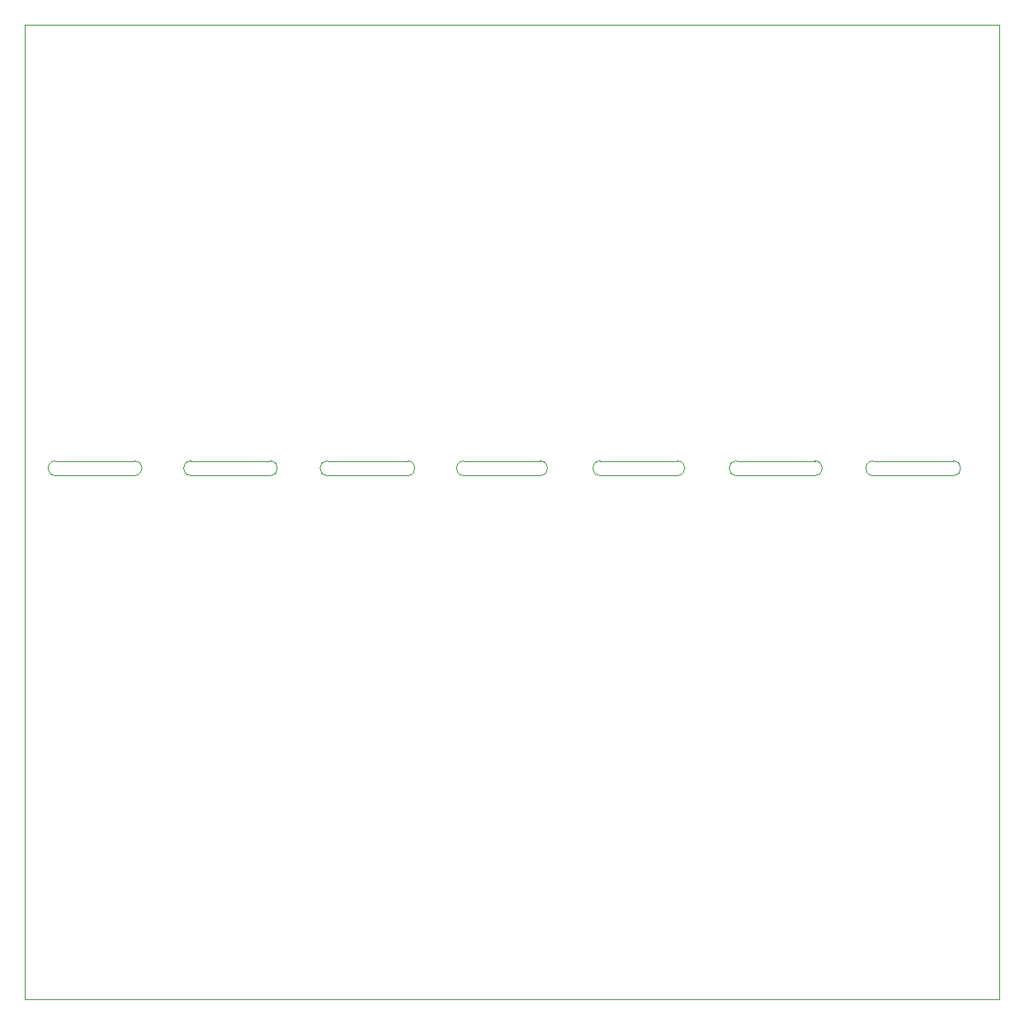
<source format=gbr>
G04 #@! TF.GenerationSoftware,KiCad,Pcbnew,5.1.5+dfsg1-2build2*
G04 #@! TF.CreationDate,2020-07-21T14:48:07-07:00*
G04 #@! TF.ProjectId,muSDRx,6d755344-5278-42e6-9b69-6361645f7063,0.1*
G04 #@! TF.SameCoordinates,Original*
G04 #@! TF.FileFunction,Profile,NP*
%FSLAX46Y46*%
G04 Gerber Fmt 4.6, Leading zero omitted, Abs format (unit mm)*
G04 Created by KiCad (PCBNEW 5.1.5+dfsg1-2build2) date 2020-07-21 14:48:07*
%MOMM*%
%LPD*%
G04 APERTURE LIST*
%ADD10C,0.050000*%
G04 APERTURE END LIST*
D10*
X61300000Y-94750000D02*
G75*
G02X61300000Y-96250000I0J-750000D01*
G01*
X145300000Y-94750000D02*
G75*
G02X145300000Y-96250000I0J-750000D01*
G01*
X137050000Y-96250000D02*
G75*
G02X137050000Y-94750000I0J750000D01*
G01*
X145300000Y-94750000D02*
X137050000Y-94750000D01*
X137050000Y-96250000D02*
X145300000Y-96250000D01*
X123050000Y-96250000D02*
G75*
G02X123050000Y-94750000I0J750000D01*
G01*
X131100000Y-94750000D02*
X123050000Y-94750000D01*
X131100000Y-94750000D02*
G75*
G02X131100000Y-96250000I0J-750000D01*
G01*
X123050000Y-96250000D02*
X131100000Y-96250000D01*
X109050000Y-96250000D02*
G75*
G02X109050000Y-94750000I0J750000D01*
G01*
X117000000Y-94750000D02*
G75*
G02X117000000Y-96250000I0J-750000D01*
G01*
X117000000Y-94750000D02*
X109050000Y-94750000D01*
X109050000Y-96250000D02*
X117000000Y-96250000D01*
X102900000Y-94750000D02*
G75*
G02X102900000Y-96250000I0J-750000D01*
G01*
X102900000Y-94750000D02*
X95050000Y-94750000D01*
X95050000Y-96250000D02*
G75*
G02X95050000Y-94750000I0J750000D01*
G01*
X95050000Y-96250000D02*
X102900000Y-96250000D01*
X81050000Y-96250000D02*
G75*
G02X81050000Y-94750000I0J750000D01*
G01*
X81050000Y-96250000D02*
X89300000Y-96250000D01*
X89300000Y-94750000D02*
X81050000Y-94750000D01*
X89300000Y-94750000D02*
G75*
G02X89300000Y-96250000I0J-750000D01*
G01*
X67050000Y-96250000D02*
X75200000Y-96250000D01*
X75200000Y-94750000D02*
X67050000Y-94750000D01*
X67050000Y-96250000D02*
G75*
G02X67050000Y-94750000I0J750000D01*
G01*
X75200000Y-94750000D02*
G75*
G02X75200000Y-96250000I0J-750000D01*
G01*
X53150000Y-96250000D02*
X61300000Y-96250000D01*
X53150000Y-96250000D02*
G75*
G02X53150000Y-94750000I0J750000D01*
G01*
X61300000Y-94750000D02*
X53150000Y-94750000D01*
X50000000Y-150000000D02*
X50000000Y-50000000D01*
X150000000Y-150000000D02*
X50000000Y-150000000D01*
X150000000Y-50000000D02*
X150000000Y-150000000D01*
X50000000Y-50000000D02*
X150000000Y-50000000D01*
M02*

</source>
